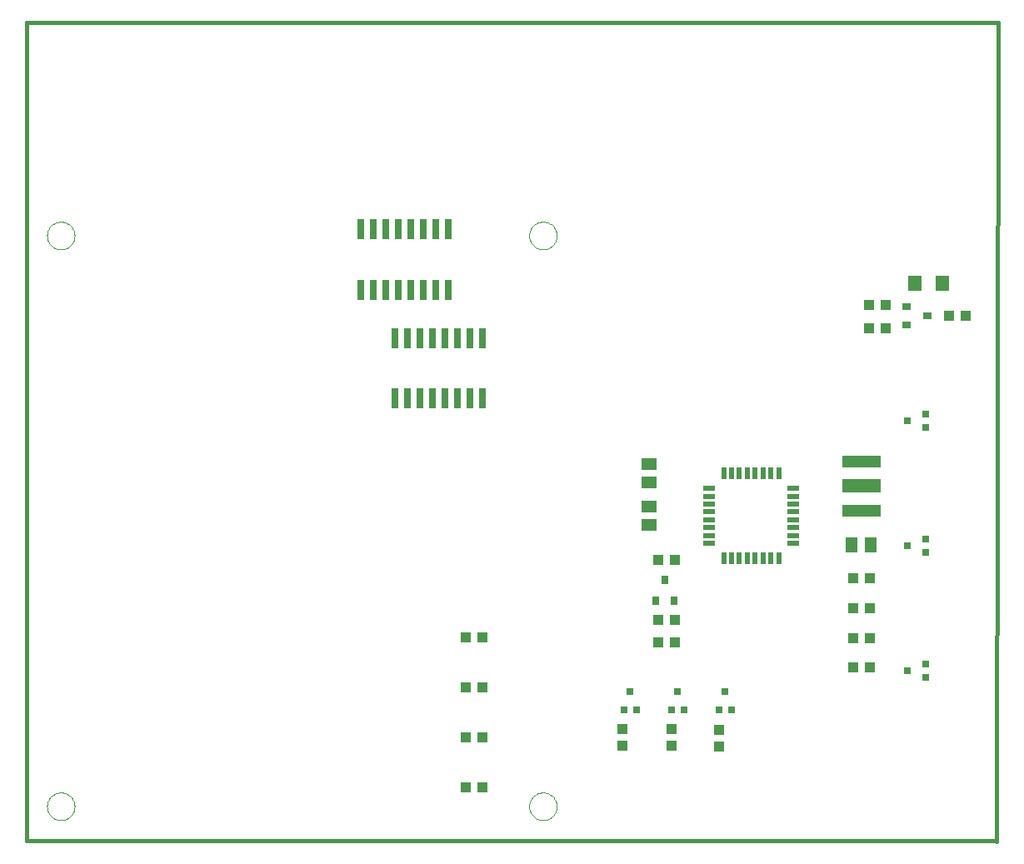
<source format=gtp>
G75*
%MOIN*%
%OFA0B0*%
%FSLAX24Y24*%
%IPPOS*%
%LPD*%
%AMOC8*
5,1,8,0,0,1.08239X$1,22.5*
%
%ADD10C,0.0160*%
%ADD11R,0.1575X0.0472*%
%ADD12R,0.1575X0.0551*%
%ADD13R,0.0500X0.0220*%
%ADD14R,0.0220X0.0500*%
%ADD15R,0.0512X0.0591*%
%ADD16R,0.0591X0.0512*%
%ADD17R,0.0551X0.0630*%
%ADD18R,0.0354X0.0315*%
%ADD19R,0.0276X0.0276*%
%ADD20R,0.0315X0.0354*%
%ADD21R,0.0433X0.0394*%
%ADD22R,0.0394X0.0433*%
%ADD23R,0.0260X0.0800*%
%ADD24C,0.0000*%
D10*
X004043Y005930D02*
X004043Y038680D01*
X042918Y038680D01*
X042843Y005905D01*
X042788Y005930D02*
X004043Y005930D01*
D11*
X037443Y019146D03*
X037443Y021114D03*
D12*
X037443Y020130D03*
D13*
X034733Y020032D03*
X034733Y019717D03*
X034733Y019402D03*
X034733Y019087D03*
X034733Y018773D03*
X034733Y018458D03*
X034733Y018143D03*
X034733Y017828D03*
X031353Y017828D03*
X031353Y018143D03*
X031353Y018458D03*
X031353Y018773D03*
X031353Y019087D03*
X031353Y019402D03*
X031353Y019717D03*
X031353Y020032D03*
D14*
X031941Y020620D03*
X032256Y020620D03*
X032570Y020620D03*
X032885Y020620D03*
X033200Y020620D03*
X033515Y020620D03*
X033830Y020620D03*
X034145Y020620D03*
X034145Y017240D03*
X033830Y017240D03*
X033515Y017240D03*
X033200Y017240D03*
X032885Y017240D03*
X032570Y017240D03*
X032256Y017240D03*
X031941Y017240D03*
D15*
X037069Y017780D03*
X037817Y017780D03*
D16*
X028943Y018556D03*
X028943Y019304D03*
X028943Y020256D03*
X028943Y021004D03*
D17*
X039592Y028230D03*
X040694Y028230D03*
D18*
X040076Y026930D03*
X039249Y026556D03*
X039249Y027304D03*
D19*
X040007Y022986D03*
X040007Y022474D03*
X039279Y022730D03*
X040007Y017986D03*
X040007Y017474D03*
X039279Y017730D03*
X040007Y012986D03*
X040007Y012474D03*
X039279Y012730D03*
X032249Y011166D03*
X031737Y011166D03*
X031993Y011894D03*
X030349Y011166D03*
X029837Y011166D03*
X030093Y011894D03*
X028449Y011166D03*
X027937Y011166D03*
X028193Y011894D03*
D20*
X029219Y015536D03*
X029967Y015536D03*
X029593Y016363D03*
D21*
X029308Y017180D03*
X029978Y017180D03*
X029978Y014780D03*
X029308Y014780D03*
X029308Y013880D03*
X029978Y013880D03*
X037108Y014030D03*
X037778Y014030D03*
X037778Y015230D03*
X037108Y015230D03*
X037108Y012880D03*
X037778Y012880D03*
X022278Y012080D03*
X021608Y012080D03*
X021608Y010080D03*
X022278Y010080D03*
X022278Y008080D03*
X021608Y008080D03*
X021608Y014080D03*
X022278Y014080D03*
X037758Y026430D03*
X038428Y026430D03*
X038428Y027380D03*
X037758Y027380D03*
X040958Y026930D03*
X041628Y026930D03*
D22*
X037778Y016430D03*
X037108Y016430D03*
X031743Y010365D03*
X031743Y009695D03*
X029843Y009745D03*
X029843Y010415D03*
X027893Y010415D03*
X027893Y009745D03*
D23*
X022293Y023620D03*
X021793Y023620D03*
X021293Y023620D03*
X020793Y023620D03*
X020293Y023620D03*
X019793Y023620D03*
X019293Y023620D03*
X018793Y023620D03*
X018793Y026040D03*
X019293Y026040D03*
X019793Y026040D03*
X020293Y026040D03*
X020793Y026040D03*
X021293Y026040D03*
X021793Y026040D03*
X022293Y026040D03*
X020918Y027970D03*
X020418Y027970D03*
X019918Y027970D03*
X019418Y027970D03*
X018918Y027970D03*
X018418Y027970D03*
X017918Y027970D03*
X017418Y027970D03*
X017418Y030390D03*
X017918Y030390D03*
X018418Y030390D03*
X018918Y030390D03*
X019418Y030390D03*
X019918Y030390D03*
X020418Y030390D03*
X020918Y030390D03*
D24*
X024161Y030143D02*
X024163Y030190D01*
X024169Y030236D01*
X024179Y030282D01*
X024192Y030327D01*
X024210Y030370D01*
X024231Y030412D01*
X024255Y030452D01*
X024283Y030489D01*
X024314Y030524D01*
X024348Y030557D01*
X024384Y030586D01*
X024423Y030612D01*
X024464Y030635D01*
X024507Y030654D01*
X024551Y030670D01*
X024596Y030682D01*
X024642Y030690D01*
X024689Y030694D01*
X024735Y030694D01*
X024782Y030690D01*
X024828Y030682D01*
X024873Y030670D01*
X024917Y030654D01*
X024960Y030635D01*
X025001Y030612D01*
X025040Y030586D01*
X025076Y030557D01*
X025110Y030524D01*
X025141Y030489D01*
X025169Y030452D01*
X025193Y030412D01*
X025214Y030370D01*
X025232Y030327D01*
X025245Y030282D01*
X025255Y030236D01*
X025261Y030190D01*
X025263Y030143D01*
X025261Y030096D01*
X025255Y030050D01*
X025245Y030004D01*
X025232Y029959D01*
X025214Y029916D01*
X025193Y029874D01*
X025169Y029834D01*
X025141Y029797D01*
X025110Y029762D01*
X025076Y029729D01*
X025040Y029700D01*
X025001Y029674D01*
X024960Y029651D01*
X024917Y029632D01*
X024873Y029616D01*
X024828Y029604D01*
X024782Y029596D01*
X024735Y029592D01*
X024689Y029592D01*
X024642Y029596D01*
X024596Y029604D01*
X024551Y029616D01*
X024507Y029632D01*
X024464Y029651D01*
X024423Y029674D01*
X024384Y029700D01*
X024348Y029729D01*
X024314Y029762D01*
X024283Y029797D01*
X024255Y029834D01*
X024231Y029874D01*
X024210Y029916D01*
X024192Y029959D01*
X024179Y030004D01*
X024169Y030050D01*
X024163Y030096D01*
X024161Y030143D01*
X004870Y030143D02*
X004872Y030190D01*
X004878Y030236D01*
X004888Y030282D01*
X004901Y030327D01*
X004919Y030370D01*
X004940Y030412D01*
X004964Y030452D01*
X004992Y030489D01*
X005023Y030524D01*
X005057Y030557D01*
X005093Y030586D01*
X005132Y030612D01*
X005173Y030635D01*
X005216Y030654D01*
X005260Y030670D01*
X005305Y030682D01*
X005351Y030690D01*
X005398Y030694D01*
X005444Y030694D01*
X005491Y030690D01*
X005537Y030682D01*
X005582Y030670D01*
X005626Y030654D01*
X005669Y030635D01*
X005710Y030612D01*
X005749Y030586D01*
X005785Y030557D01*
X005819Y030524D01*
X005850Y030489D01*
X005878Y030452D01*
X005902Y030412D01*
X005923Y030370D01*
X005941Y030327D01*
X005954Y030282D01*
X005964Y030236D01*
X005970Y030190D01*
X005972Y030143D01*
X005970Y030096D01*
X005964Y030050D01*
X005954Y030004D01*
X005941Y029959D01*
X005923Y029916D01*
X005902Y029874D01*
X005878Y029834D01*
X005850Y029797D01*
X005819Y029762D01*
X005785Y029729D01*
X005749Y029700D01*
X005710Y029674D01*
X005669Y029651D01*
X005626Y029632D01*
X005582Y029616D01*
X005537Y029604D01*
X005491Y029596D01*
X005444Y029592D01*
X005398Y029592D01*
X005351Y029596D01*
X005305Y029604D01*
X005260Y029616D01*
X005216Y029632D01*
X005173Y029651D01*
X005132Y029674D01*
X005093Y029700D01*
X005057Y029729D01*
X005023Y029762D01*
X004992Y029797D01*
X004964Y029834D01*
X004940Y029874D01*
X004919Y029916D01*
X004901Y029959D01*
X004888Y030004D01*
X004878Y030050D01*
X004872Y030096D01*
X004870Y030143D01*
X004870Y007308D02*
X004872Y007355D01*
X004878Y007401D01*
X004888Y007447D01*
X004901Y007492D01*
X004919Y007535D01*
X004940Y007577D01*
X004964Y007617D01*
X004992Y007654D01*
X005023Y007689D01*
X005057Y007722D01*
X005093Y007751D01*
X005132Y007777D01*
X005173Y007800D01*
X005216Y007819D01*
X005260Y007835D01*
X005305Y007847D01*
X005351Y007855D01*
X005398Y007859D01*
X005444Y007859D01*
X005491Y007855D01*
X005537Y007847D01*
X005582Y007835D01*
X005626Y007819D01*
X005669Y007800D01*
X005710Y007777D01*
X005749Y007751D01*
X005785Y007722D01*
X005819Y007689D01*
X005850Y007654D01*
X005878Y007617D01*
X005902Y007577D01*
X005923Y007535D01*
X005941Y007492D01*
X005954Y007447D01*
X005964Y007401D01*
X005970Y007355D01*
X005972Y007308D01*
X005970Y007261D01*
X005964Y007215D01*
X005954Y007169D01*
X005941Y007124D01*
X005923Y007081D01*
X005902Y007039D01*
X005878Y006999D01*
X005850Y006962D01*
X005819Y006927D01*
X005785Y006894D01*
X005749Y006865D01*
X005710Y006839D01*
X005669Y006816D01*
X005626Y006797D01*
X005582Y006781D01*
X005537Y006769D01*
X005491Y006761D01*
X005444Y006757D01*
X005398Y006757D01*
X005351Y006761D01*
X005305Y006769D01*
X005260Y006781D01*
X005216Y006797D01*
X005173Y006816D01*
X005132Y006839D01*
X005093Y006865D01*
X005057Y006894D01*
X005023Y006927D01*
X004992Y006962D01*
X004964Y006999D01*
X004940Y007039D01*
X004919Y007081D01*
X004901Y007124D01*
X004888Y007169D01*
X004878Y007215D01*
X004872Y007261D01*
X004870Y007308D01*
X024161Y007308D02*
X024163Y007355D01*
X024169Y007401D01*
X024179Y007447D01*
X024192Y007492D01*
X024210Y007535D01*
X024231Y007577D01*
X024255Y007617D01*
X024283Y007654D01*
X024314Y007689D01*
X024348Y007722D01*
X024384Y007751D01*
X024423Y007777D01*
X024464Y007800D01*
X024507Y007819D01*
X024551Y007835D01*
X024596Y007847D01*
X024642Y007855D01*
X024689Y007859D01*
X024735Y007859D01*
X024782Y007855D01*
X024828Y007847D01*
X024873Y007835D01*
X024917Y007819D01*
X024960Y007800D01*
X025001Y007777D01*
X025040Y007751D01*
X025076Y007722D01*
X025110Y007689D01*
X025141Y007654D01*
X025169Y007617D01*
X025193Y007577D01*
X025214Y007535D01*
X025232Y007492D01*
X025245Y007447D01*
X025255Y007401D01*
X025261Y007355D01*
X025263Y007308D01*
X025261Y007261D01*
X025255Y007215D01*
X025245Y007169D01*
X025232Y007124D01*
X025214Y007081D01*
X025193Y007039D01*
X025169Y006999D01*
X025141Y006962D01*
X025110Y006927D01*
X025076Y006894D01*
X025040Y006865D01*
X025001Y006839D01*
X024960Y006816D01*
X024917Y006797D01*
X024873Y006781D01*
X024828Y006769D01*
X024782Y006761D01*
X024735Y006757D01*
X024689Y006757D01*
X024642Y006761D01*
X024596Y006769D01*
X024551Y006781D01*
X024507Y006797D01*
X024464Y006816D01*
X024423Y006839D01*
X024384Y006865D01*
X024348Y006894D01*
X024314Y006927D01*
X024283Y006962D01*
X024255Y006999D01*
X024231Y007039D01*
X024210Y007081D01*
X024192Y007124D01*
X024179Y007169D01*
X024169Y007215D01*
X024163Y007261D01*
X024161Y007308D01*
M02*

</source>
